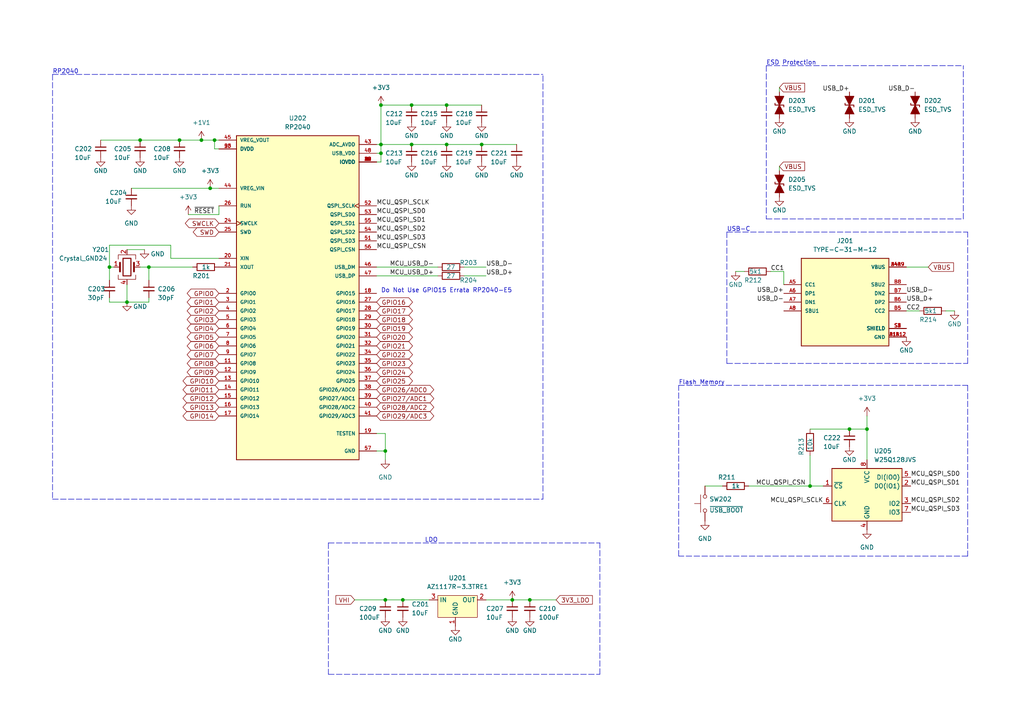
<source format=kicad_sch>
(kicad_sch (version 20211123) (generator eeschema)
  (paper "A4")
  (title_block (title "RP2040 Template") (date "2022-05-16") (rev "4") (company "J & R Creative Technologies Inc.") (comment 1 "@RangenMichael") (comment 2 "https://twitter.com/RangenMichael") (comment 3 "MIT License") (comment 4 "https://github.com/mrangen/RP2040-Dev-Board"))
  (lib_symbols
    (symbol "BreadstickLibrary:AZ1117R-3.3TRE1"
      (property "Reference" "U" (at 0 7.62 0))
      (property "Value" "AZ1117R-3.3TRE1" (at 1.27 5.08 0))
      (symbol "AZ1117R-3.3TRE1_0_0"
        (pin power_out line (at 0 -6.35 90) (length 2.54) (name "GND") (number "1"))
        (pin power_out line (at 8.89 1.27 180) (length 2.54) (name "OUT") (number "2"))
        (pin power_in line (at -7.62 1.27 0) (length 2.54) (name "IN") (number "3"))
      )
      (symbol "AZ1117R-3.3TRE1_0_1"
        (rectangle (start -5.08 2.54) (end 6.35 -3.81) (fill (type background)))
      )
    )
    (symbol "Device:C_Small" (pin_numbers hide) (pin_names (offset 0.254) hide)
      (property "Reference" "C" (at 0.254 1.778 0))
      (property "Value" "C_Small" (at 0.254 -2.032 0))
      (symbol "C_Small_0_1"
        (polyline (pts (xy -1.524 -0.508) (xy 1.524 -0.508)) (stroke (width 0.3302)))
        (polyline (pts (xy -1.524 0.508) (xy 1.524 0.508)) (stroke (width 0.3048)))
      )
      (symbol "C_Small_1_1"
        (pin passive line (at 0 2.54 270) (length 2.032) (name "~") (number "1"))
        (pin passive line (at 0 -2.54 90) (length 2.032) (name "~") (number "2"))
      )
    )
    (symbol "Device:Crystal_GND24" (pin_names (offset 1.016) hide)
      (property "Reference" "Y" (at 3.175 5.08 0))
      (property "Value" "Crystal_GND24" (at 3.175 3.175 0))
      (symbol "Crystal_GND24_0_1"
        (rectangle (start -1.143 2.54) (end 1.143 -2.54) (stroke (width 0.3048)))
        (polyline (pts (xy -2.54 0) (xy -2.032 0)))
        (polyline (pts (xy -2.032 -1.27) (xy -2.032 1.27)) (stroke (width 0.508)))
        (polyline (pts (xy 0 -3.81) (xy 0 -3.556)))
        (polyline (pts (xy 0 3.556) (xy 0 3.81)))
        (polyline (pts (xy 2.032 -1.27) (xy 2.032 1.27)) (stroke (width 0.508)))
        (polyline (pts (xy 2.032 0) (xy 2.54 0)))
        (polyline (pts (xy -2.54 -2.286) (xy -2.54 -3.556) (xy 2.54 -3.556) (xy 2.54 -2.286)))
        (polyline (pts (xy -2.54 2.286) (xy -2.54 3.556) (xy 2.54 3.556) (xy 2.54 2.286)))
      )
      (symbol "Crystal_GND24_1_1"
        (pin passive line (at -3.81 0 0) (length 1.27) (name "1") (number "1"))
        (pin passive line (at 0 5.08 270) (length 1.27) (name "2") (number "2"))
        (pin passive line (at 3.81 0 180) (length 1.27) (name "3") (number "3"))
        (pin passive line (at 0 -5.08 90) (length 1.27) (name "4") (number "4"))
      )
    )
    (symbol "Device:D_TVS_Filled" (pin_numbers hide) (pin_names (offset 1.016) hide)
      (property "Reference" "D" (at 0 2.54 0))
      (property "Value" "D_TVS_Filled" (at 0 -2.54 0))
      (symbol "D_TVS_Filled_0_1"
        (polyline (pts (xy 1.27 0) (xy -1.27 0)))
        (polyline (pts (xy -2.54 -1.27) (xy 0 0) (xy -2.54 1.27) (xy -2.54 -1.27)) (stroke (width 0.254)) (fill (type outline)))
        (polyline (pts (xy 0.508 1.27) (xy 0 1.27) (xy 0 -1.27) (xy -0.508 -1.27)) (stroke (width 0.254)))
        (polyline (pts (xy 2.54 1.27) (xy 2.54 -1.27) (xy 0 0) (xy 2.54 1.27)) (stroke (width 0.254)) (fill (type outline)))
      )
      (symbol "D_TVS_Filled_1_1"
        (pin passive line (at -3.81 0 0) (length 2.54) (name "A1") (number "1"))
        (pin passive line (at 3.81 0 180) (length 2.54) (name "A2") (number "2"))
      )
    )
    (symbol "Device:R" (pin_numbers hide) (pin_names (offset 0))
      (property "Reference" "R" (at 2.032 0 90))
      (property "Value" "R" (at 0 0 90))
      (symbol "R_0_1"
        (rectangle (start -1.016 -2.54) (end 1.016 2.54) (stroke (width 0.254)))
      )
      (symbol "R_1_1"
        (pin passive line (at 0 3.81 270) (length 1.27) (name "~") (number "1"))
        (pin passive line (at 0 -3.81 90) (length 1.27) (name "~") (number "2"))
      )
    )
    (symbol "Memory_Flash:W25Q128JVS"
      (property "Reference" "U" (at -8.89 8.89 0))
      (property "Value" "W25Q128JVS" (at 7.62 8.89 0))
      (symbol "W25Q128JVS_0_1"
        (rectangle (start -10.16 7.62) (end 10.16 -7.62) (stroke (width 0.254)) (fill (type background)))
      )
      (symbol "W25Q128JVS_1_1"
        (pin input line (at -12.7 2.54 0) (length 2.54) (name "~{CS}") (number "1"))
        (pin bidirectional line (at 12.7 2.54 180) (length 2.54) (name "DO(IO1)") (number "2"))
        (pin bidirectional line (at 12.7 -2.54 180) (length 2.54) (name "IO2") (number "3"))
        (pin power_in line (at 0 -10.16 90) (length 2.54) (name "GND") (number "4"))
        (pin bidirectional line (at 12.7 5.08 180) (length 2.54) (name "DI(IO0)") (number "5"))
        (pin input line (at -12.7 -2.54 0) (length 2.54) (name "CLK") (number "6"))
        (pin bidirectional line (at 12.7 -5.08 180) (length 2.54) (name "IO3") (number "7"))
        (pin power_in line (at 0 10.16 270) (length 2.54) (name "VCC") (number "8"))
      )
    )
    (symbol "RP2040:RP2040" (pin_names (offset 1.016))
      (property "Reference" "U?" (at 0 53.34 0))
      (property "Value" "RP2040" (at 0 50.8 0))
      (symbol "RP2040_0_0"
        (rectangle (start -17.78 -45.72) (end 17.78 48.26) (stroke (width 0.254)) (fill (type background)))
        (pin power_in line (at 22.86 40.64 180) (length 5.08) (name "IOVDD") (number "1"))
        (pin power_in line (at 22.86 40.64 180) (length 5.08) (name "IOVDD") (number "10"))
        (pin bidirectional line (at -22.86 -17.78 0) (length 5.08) (name "GPIO8") (number "11"))
        (pin bidirectional line (at -22.86 -20.32 0) (length 5.08) (name "GPIO9") (number "12"))
        (pin bidirectional line (at -22.86 -22.86 0) (length 5.08) (name "GPIO10") (number "13"))
        (pin bidirectional line (at -22.86 -25.4 0) (length 5.08) (name "GPIO11") (number "14"))
        (pin bidirectional line (at -22.86 -27.94 0) (length 5.08) (name "GPIO12") (number "15"))
        (pin bidirectional line (at -22.86 -30.48 0) (length 5.08) (name "GPIO13") (number "16"))
        (pin bidirectional line (at -22.86 -33.02 0) (length 5.08) (name "GPIO14") (number "17"))
        (pin bidirectional line (at 22.86 2.54 180) (length 5.08) (name "GPIO15") (number "18"))
        (pin passive line (at 22.86 -38.1 180) (length 5.08) (name "TESTEN") (number "19"))
        (pin bidirectional line (at -22.86 2.54 0) (length 5.08) (name "GPIO0") (number "2"))
        (pin input line (at -22.86 12.7 0) (length 5.08) (name "XIN") (number "20"))
        (pin output line (at -22.86 10.16 0) (length 5.08) (name "XOUT") (number "21"))
        (pin power_in line (at 22.86 40.64 180) (length 5.08) (name "IOVDD") (number "22"))
        (pin power_in line (at -22.86 44.45 0) (length 5.08) (name "DVDD") (number "23"))
        (pin input clock (at -22.86 22.86 0) (length 5.08) (name "SWCLK") (number "24"))
        (pin bidirectional line (at -22.86 20.32 0) (length 5.08) (name "SWD") (number "25"))
        (pin input line (at -22.86 27.94 0) (length 5.08) (name "RUN") (number "26"))
        (pin bidirectional line (at 22.86 0 180) (length 5.08) (name "GPIO16") (number "27"))
        (pin bidirectional line (at 22.86 -2.54 180) (length 5.08) (name "GPIO17") (number "28"))
        (pin bidirectional line (at 22.86 -5.08 180) (length 5.08) (name "GPIO18") (number "29"))
        (pin bidirectional line (at -22.86 0 0) (length 5.08) (name "GPIO1") (number "3"))
        (pin bidirectional line (at 22.86 -7.62 180) (length 5.08) (name "GPIO19") (number "30"))
        (pin bidirectional line (at 22.86 -10.16 180) (length 5.08) (name "GPIO20") (number "31"))
        (pin bidirectional line (at 22.86 -12.7 180) (length 5.08) (name "GPIO21") (number "32"))
        (pin power_in line (at 22.86 40.64 180) (length 5.08) (name "IOVDD") (number "33"))
        (pin bidirectional line (at 22.86 -15.24 180) (length 5.08) (name "GPIO22") (number "34"))
        (pin bidirectional line (at 22.86 -17.78 180) (length 5.08) (name "GPIO23") (number "35"))
        (pin bidirectional line (at 22.86 -20.32 180) (length 5.08) (name "GPIO24") (number "36"))
        (pin bidirectional line (at 22.86 -22.86 180) (length 5.08) (name "GPIO25") (number "37"))
        (pin bidirectional line (at 22.86 -25.4 180) (length 5.08) (name "GPIO26/ADC0") (number "38"))
        (pin bidirectional line (at 22.86 -27.94 180) (length 5.08) (name "GPIO27/ADC1") (number "39"))
        (pin bidirectional line (at -22.86 -2.54 0) (length 5.08) (name "GPIO2") (number "4"))
        (pin bidirectional line (at 22.86 -30.48 180) (length 5.08) (name "GPIO28/ADC2") (number "40"))
        (pin bidirectional line (at 22.86 -33.02 180) (length 5.08) (name "GPIO29/ADC3") (number "41"))
        (pin power_in line (at 22.86 40.64 180) (length 5.08) (name "IOVDD") (number "42"))
        (pin power_in line (at 22.86 45.72 180) (length 5.08) (name "ADC_AVDD") (number "43"))
        (pin input line (at -22.86 33.02 0) (length 5.08) (name "VREG_VIN") (number "44"))
        (pin output line (at -22.86 46.99 0) (length 5.08) (name "VREG_VOUT") (number "45"))
        (pin bidirectional line (at 22.86 10.16 180) (length 5.08) (name "USB_DM") (number "46"))
        (pin bidirectional line (at 22.86 7.62 180) (length 5.08) (name "USB_DP") (number "47"))
        (pin power_in line (at 22.86 43.18 180) (length 5.08) (name "USB_VDD") (number "48"))
        (pin power_in line (at 22.86 40.64 180) (length 5.08) (name "IOVDD") (number "49"))
        (pin bidirectional line (at -22.86 -5.08 0) (length 5.08) (name "GPIO3") (number "5"))
        (pin power_in line (at -22.86 44.45 0) (length 5.08) (name "DVDD") (number "50"))
        (pin bidirectional line (at 22.86 17.78 180) (length 5.08) (name "QSPI_SD3") (number "51"))
        (pin bidirectional clock (at 22.86 27.94 180) (length 5.08) (name "QSPI_SCLK") (number "52"))
        (pin bidirectional line (at 22.86 25.4 180) (length 5.08) (name "QSPI_SD0") (number "53"))
        (pin bidirectional line (at 22.86 20.32 180) (length 5.08) (name "QSPI_SD2") (number "54"))
        (pin bidirectional line (at 22.86 22.86 180) (length 5.08) (name "QSPI_SD1") (number "55"))
        (pin bidirectional line (at 22.86 15.24 180) (length 5.08) (name "QSPI_CSN") (number "56"))
        (pin power_in line (at 22.86 -43.18 180) (length 5.08) (name "GND") (number "57"))
        (pin bidirectional line (at -22.86 -7.62 0) (length 5.08) (name "GPIO4") (number "6"))
        (pin bidirectional line (at -22.86 -10.16 0) (length 5.08) (name "GPIO5") (number "7"))
        (pin bidirectional line (at -22.86 -12.7 0) (length 5.08) (name "GPIO6") (number "8"))
        (pin bidirectional line (at -22.86 -15.24 0) (length 5.08) (name "GPIO7") (number "9"))
      )
    )
    (symbol "Switch:SW_Push" (pin_numbers hide) (pin_names (offset 1.016) hide)
      (property "Reference" "SW" (at 1.27 2.54 0))
      (property "Value" "SW_Push" (at 0 -1.524 0))
      (symbol "SW_Push_0_1"
        (circle (center -2.032 0) (radius 0.508))
        (polyline (pts (xy 0 1.27) (xy 0 3.048)))
        (polyline (pts (xy 2.54 1.27) (xy -2.54 1.27)))
        (circle (center 2.032 0) (radius 0.508))
        (pin passive line (at -5.08 0 0) (length 2.54) (name "1") (number "1"))
        (pin passive line (at 5.08 0 180) (length 2.54) (name "2") (number "2"))
      )
    )
    (symbol "TYPE-C-31-M-12:TYPE-C-31-M-12" (pin_names (offset 1.016))
      (property "Reference" "J" (at -12.7 13.462 0))
      (property "Value" "TYPE-C-31-M-12" (at -12.7 -13.462 0))
      (symbol "TYPE-C-31-M-12_0_0"
        (rectangle (start -12.7 -12.7) (end 12.7 12.7) (stroke (width 0.254)) (fill (type background)))
        (pin power_in line (at 17.78 -10.16 180) (length 5.08) (name "GND") (number "A1B12"))
        (pin power_in line (at 17.78 10.16 180) (length 5.08) (name "VBUS") (number "A4B9"))
        (pin bidirectional line (at -17.78 5.08 0) (length 5.08) (name "CC1") (number "A5"))
        (pin bidirectional line (at -17.78 2.54 0) (length 5.08) (name "DP1") (number "A6"))
        (pin bidirectional line (at -17.78 0 0) (length 5.08) (name "DN1") (number "A7"))
        (pin bidirectional line (at -17.78 -2.54 0) (length 5.08) (name "SBU1") (number "A8"))
        (pin power_in line (at 17.78 -10.16 180) (length 5.08) (name "GND") (number "B1A12"))
        (pin power_in line (at 17.78 10.16 180) (length 5.08) (name "VBUS") (number "B4A9"))
        (pin bidirectional line (at 17.78 -2.54 180) (length 5.08) (name "CC2") (number "B5"))
        (pin bidirectional line (at 17.78 0 180) (length 5.08) (name "DP2") (number "B6"))
        (pin bidirectional line (at 17.78 2.54 180) (length 5.08) (name "DN2") (number "B7"))
        (pin bidirectional line (at 17.78 5.08 180) (length 5.08) (name "SBU2") (number "B8"))
        (pin passive line (at 17.78 -7.62 180) (length 5.08) (name "SHIELD") (number "S1"))
        (pin passive line (at 17.78 -7.62 180) (length 5.08) (name "SHIELD") (number "S2"))
        (pin passive line (at 17.78 -7.62 180) (length 5.08) (name "SHIELD") (number "S3"))
        (pin passive line (at 17.78 -7.62 180) (length 5.08) (name "SHIELD") (number "S4"))
      )
    )
    (symbol "power:+1V1" (power) (pin_names (offset 0))
      (property "Value" "+1V1" (at 0 3.556 0))
      (symbol "+1V1_0_1"
        (polyline (pts (xy -0.762 1.27) (xy 0 2.54)))
        (polyline (pts (xy 0 0) (xy 0 2.54)))
        (polyline (pts (xy 0 2.54) (xy 0.762 1.27)))
      )
      (symbol "+1V1_1_1"
        (pin power_in line (at 0 0 90) (length 0) hide (name "+1V1") (number "1"))
      )
    )
    (symbol "power:+3V3" (power) (pin_names (offset 0))
      (property "Value" "+3V3" (at 0 3.556 0))
      (symbol "+3V3_0_1"
        (polyline (pts (xy -0.762 1.27) (xy 0 2.54)))
        (polyline (pts (xy 0 0) (xy 0 2.54)))
        (polyline (pts (xy 0 2.54) (xy 0.762 1.27)))
      )
      (symbol "+3V3_1_1"
        (pin power_in line (at 0 0 90) (length 0) hide (name "+3V3") (number "1"))
      )
    )
    (symbol "power:GND" (power) (pin_names (offset 0))
      (property "Value" "GND" (at 0 -3.81 0))
      (symbol "GND_0_1"
        (polyline (pts (xy 0 0) (xy 0 -1.27) (xy 1.27 -1.27) (xy 0 -2.54) (xy -1.27 -1.27) (xy 0 -1.27)))
      )
      (symbol "GND_1_1"
        (pin power_in line (at 0 0 270) (length 0) hide (name "GND") (number "1"))
      )
    )
  )
  (junction (at 110.49 41.91))
  (junction (at 40.64 40.64))
  (junction (at 36.83 87.63))
  (junction (at 111.76 130.81))
  (junction (at 129.54 41.91))
  (junction (at 246.38 124.46))
  (junction (at 129.54 30.48))
  (junction (at 110.49 44.45))
  (junction (at 139.7 41.91))
  (junction (at 60.96 54.61))
  (junction (at 153.67 173.99))
  (junction (at 43.18 77.47))
  (junction (at 251.46 124.46))
  (junction (at 119.38 30.48))
  (junction (at 148.59 173.99))
  (junction (at 58.42 40.64))
  (junction (at 52.07 40.64))
  (junction (at 119.38 41.91))
  (junction (at 111.76 173.99))
  (junction (at 62.23 40.64))
  (junction (at 110.49 30.48))
  (junction (at 31.75 77.47))
  (junction (at 234.95 140.97))
  (junction (at 116.84 173.99))
  (polyline (pts (xy 15.24 144.78) (xy 157.48 144.78)))
  (polyline (pts (xy 95.25 157.48) (xy 95.25 195.58)))
  (wire (pts (xy 223.52 78.74) (xy 227.33 78.74)))
  (wire (pts (xy 49.53 74.93) (xy 63.5 74.93)))
  (wire (pts (xy 110.49 41.91) (xy 119.38 41.91)))
  (polyline (pts (xy 15.24 21.59) (xy 157.48 21.59)))
  (wire (pts (xy 109.22 80.01) (xy 127 80.01)))
  (wire (pts (xy 63.5 43.18) (xy 62.23 43.18)))
  (wire (pts (xy 140.97 173.99) (xy 148.59 173.99)))
  (wire (pts (xy 153.67 173.99) (xy 161.29 173.99)))
  (wire (pts (xy 234.95 140.97) (xy 234.95 132.08)))
  (wire (pts (xy 31.75 86.36) (xy 31.75 87.63)))
  (wire (pts (xy 119.38 41.91) (xy 129.54 41.91)))
  (polyline (pts (xy 210.82 67.31) (xy 280.67 67.31)))
  (polyline (pts (xy 173.99 195.58) (xy 173.99 157.48)))
  (wire (pts (xy 31.75 71.12) (xy 49.53 71.12)))
  (polyline (pts (xy 222.25 19.05) (xy 222.25 63.5)))
  (wire (pts (xy 36.83 82.55) (xy 36.83 87.63)))
  (polyline (pts (xy 196.85 161.29) (xy 196.85 111.76)))
  (wire (pts (xy 204.47 140.97) (xy 209.55 140.97)))
  (wire (pts (xy 109.22 125.73) (xy 111.76 125.73)))
  (wire (pts (xy 60.96 54.61) (xy 63.5 54.61)))
  (wire (pts (xy 111.76 130.81) (xy 109.22 130.81)))
  (wire (pts (xy 116.84 173.99) (xy 124.46 173.99)))
  (polyline (pts (xy 222.25 19.05) (xy 279.4 19.05)))
  (wire (pts (xy 234.95 124.46) (xy 246.38 124.46)))
  (wire (pts (xy 40.64 77.47) (xy 43.18 77.47)))
  (wire (pts (xy 109.22 41.91) (xy 110.49 41.91)))
  (wire (pts (xy 148.59 173.99) (xy 153.67 173.99)))
  (wire (pts (xy 111.76 130.81) (xy 111.76 133.35)))
  (wire (pts (xy 110.49 41.91) (xy 110.49 30.48)))
  (wire (pts (xy 251.46 120.65) (xy 251.46 124.46)))
  (polyline (pts (xy 222.25 63.5) (xy 279.4 63.5)))
  (wire (pts (xy 31.75 77.47) (xy 31.75 71.12)))
  (wire (pts (xy 111.76 173.99) (xy 116.84 173.99)))
  (wire (pts (xy 109.22 44.45) (xy 110.49 44.45)))
  (wire (pts (xy 110.49 30.48) (xy 119.38 30.48)))
  (wire (pts (xy 40.64 40.64) (xy 52.07 40.64)))
  (wire (pts (xy 262.89 77.47) (xy 269.24 77.47)))
  (polyline (pts (xy 280.67 111.76) (xy 280.67 161.29)))
  (wire (pts (xy 109.22 77.47) (xy 127 77.47)))
  (wire (pts (xy 102.87 173.99) (xy 111.76 173.99)))
  (wire (pts (xy 134.62 77.47) (xy 140.97 77.47)))
  (wire (pts (xy 246.38 124.46) (xy 251.46 124.46)))
  (polyline (pts (xy 210.82 105.41) (xy 280.67 105.41)))
  (wire (pts (xy 129.54 41.91) (xy 139.7 41.91)))
  (wire (pts (xy 134.62 80.01) (xy 140.97 80.01)))
  (wire (pts (xy 31.75 87.63) (xy 36.83 87.63)))
  (wire (pts (xy 227.33 78.74) (xy 227.33 82.55)))
  (wire (pts (xy 110.49 46.99) (xy 110.49 44.45)))
  (wire (pts (xy 43.18 86.36) (xy 43.18 87.63)))
  (wire (pts (xy 119.38 30.48) (xy 129.54 30.48)))
  (wire (pts (xy 274.32 90.17) (xy 276.86 90.17)))
  (polyline (pts (xy 279.4 63.5) (xy 279.4 19.05)))
  (wire (pts (xy 226.06 25.4) (xy 226.06 26.67)))
  (wire (pts (xy 63.5 59.69) (xy 63.5 62.23)))
  (polyline (pts (xy 95.25 157.48) (xy 173.99 157.48)))
  (polyline (pts (xy 280.67 105.41) (xy 280.67 67.31)))
  (wire (pts (xy 129.54 30.48) (xy 139.7 30.48)))
  (wire (pts (xy 33.02 77.47) (xy 31.75 77.47)))
  (wire (pts (xy 213.36 78.74) (xy 215.9 78.74)))
  (polyline (pts (xy 157.48 144.78) (xy 157.48 21.59)))
  (wire (pts (xy 54.61 62.23) (xy 63.5 62.23)))
  (wire (pts (xy 234.95 140.97) (xy 238.76 140.97)))
  (wire (pts (xy 52.07 40.64) (xy 58.42 40.64)))
  (wire (pts (xy 43.18 77.47) (xy 43.18 81.28)))
  (wire (pts (xy 109.22 46.99) (xy 110.49 46.99)))
  (wire (pts (xy 226.06 48.26) (xy 226.06 49.53)))
  (wire (pts (xy 62.23 43.18) (xy 62.23 40.64)))
  (wire (pts (xy 49.53 71.12) (xy 49.53 74.93)))
  (polyline (pts (xy 15.24 21.59) (xy 15.24 144.78)))
  (wire (pts (xy 139.7 41.91) (xy 149.86 41.91)))
  (wire (pts (xy 58.42 40.64) (xy 62.23 40.64)))
  (wire (pts (xy 262.89 90.17) (xy 266.7 90.17)))
  (wire (pts (xy 36.83 87.63) (xy 43.18 87.63)))
  (wire (pts (xy 36.83 72.39) (xy 41.91 72.39)))
  (wire (pts (xy 43.18 77.47) (xy 55.88 77.47)))
  (wire (pts (xy 111.76 125.73) (xy 111.76 130.81)))
  (polyline (pts (xy 196.85 111.76) (xy 280.67 111.76)))
  (wire (pts (xy 29.21 40.64) (xy 40.64 40.64)))
  (wire (pts (xy 62.23 40.64) (xy 63.5 40.64)))
  (polyline (pts (xy 95.25 195.58) (xy 173.99 195.58)))
  (wire (pts (xy 110.49 44.45) (xy 110.49 41.91)))
  (polyline (pts (xy 210.82 67.31) (xy 210.82 105.41)))
  (polyline (pts (xy 280.67 161.29) (xy 196.85 161.29)))
  (wire (pts (xy 217.17 140.97) (xy 234.95 140.97)))
  (wire (pts (xy 31.75 77.47) (xy 31.75 81.28)))
  (wire (pts (xy 251.46 124.46) (xy 251.46 133.35)))
  (wire (pts (xy 38.1 54.61) (xy 60.96 54.61)))
  (text "RP2040" (at 15.24 21.59 0) (effects (font (size 1.27 1.27)) (justify left bottom)))
  (text "Flash Memory" (at 196.85 111.76 0) (effects (font (size 1.27 1.27)) (justify left bottom)))
  (text "LDO" (at 123.19 157.48 0) (effects (font (size 1.27 1.27)) (justify left bottom)))
  (text "ESD Protection" (at 222.25 19.05 0) (effects (font (size 1.27 1.27)) (justify left bottom)))
  (text "USB-C" (at 210.82 67.31 0) (effects (font (size 1.27 1.27)) (justify left bottom)))
  (text "Do Not Use GPIO15 Errata RP2040-E5" (at 110.49 85.09 0) (effects (font (size 1.27 1.27)) (justify left bottom)))
  (label "USB_D-" (at 265.43 26.67 180))
  (label "MCU_QSPI_SD2" (at 109.22 67.31 0))
  (label "MCU_QSPI_SD0" (at 264.16 138.43 0))
  (label "USB_D+" (at 262.89 87.63 0))
  (label "USB_D+" (at 227.33 85.09 180))
  (label "~{RESET}" (at 62.23 62.23 180))
  (label "MCU_QSPI_SD3" (at 109.22 69.85 0))
  (label "MCU_USB_D+" (at 113.03 80.01 0))
  (label "USB_D+" (at 246.38 26.67 180))
  (label "MCU_QSPI_CSN" (at 233.68 140.97 180))
  (label "MCU_QSPI_SD1" (at 264.16 140.97 0))
  (label "USB_D-" (at 227.33 87.63 180))
  (label "CC1" (at 223.52 78.74 0))
  (label "MCU_QSPI_SCLK" (at 109.22 59.69 0))
  (label "USB_D+" (at 140.97 80.01 0))
  (label "USB_D-" (at 262.89 85.09 0))
  (label "MCU_QSPI_SD0" (at 109.22 62.23 0))
  (label "CC2" (at 262.89 90.17 0))
  (label "MCU_QSPI_SD2" (at 264.16 146.05 0))
  (label "MCU_QSPI_SCLK" (at 238.76 146.05 180))
  (label "USB_D-" (at 140.97 77.47 0))
  (label "MCU_QSPI_SD1" (at 109.22 64.77 0))
  (label "MCU_USB_D-" (at 113.03 77.47 0))
  (label "MCU_QSPI_CSN" (at 109.22 72.39 0))
  (label "MCU_QSPI_SD3" (at 264.16 148.59 0))
  (global_label "GPIO19" (shape tri_state) (at 109.22 95.25 0) (property "Intersheet References" "${INTERSHEET_REFS}" (effects hide)))
  (global_label "GPIO9" (shape tri_state) (at 63.5 107.95 180) (property "Intersheet References" "${INTERSHEET_REFS}" (effects hide)))
  (global_label "GPIO11" (shape tri_state) (at 63.5 113.03 180) (property "Intersheet References" "${INTERSHEET_REFS}" (effects hide)))
  (global_label "VBUS" (shape input) (at 226.06 48.26 0) (property "Intersheet References" "${INTERSHEET_REFS}" (effects hide)))
  (global_label "GPIO14" (shape tri_state) (at 63.5 120.65 180) (property "Intersheet References" "${INTERSHEET_REFS}" (effects hide)))
  (global_label "GPIO23" (shape tri_state) (at 109.22 105.41 0) (property "Intersheet References" "${INTERSHEET_REFS}" (effects hide)))
  (global_label "VHI" (shape input) (at 102.87 173.99 180) (property "Intersheet References" "${INTERSHEET_REFS}" (effects hide)))
  (global_label "GPIO1" (shape tri_state) (at 63.5 87.63 180) (property "Intersheet References" "${INTERSHEET_REFS}" (effects hide)))
  (global_label "GPIO6" (shape tri_state) (at 63.5 100.33 180) (property "Intersheet References" "${INTERSHEET_REFS}" (effects hide)))
  (global_label "GPIO22" (shape tri_state) (at 109.22 102.87 0) (property "Intersheet References" "${INTERSHEET_REFS}" (effects hide)))
  (global_label "SWD" (shape tri_state) (at 63.5 67.31 180) (property "Intersheet References" "${INTERSHEET_REFS}" (effects hide)))
  (global_label "GPIO25" (shape tri_state) (at 109.22 110.49 0) (property "Intersheet References" "${INTERSHEET_REFS}" (effects hide)))
  (global_label "GPIO27{slash}ADC1" (shape tri_state) (at 109.22 115.57 0) (property "Intersheet References" "${INTERSHEET_REFS}" (effects hide)))
  (global_label "3V3_LDO" (shape input) (at 161.29 173.99 0) (property "Intersheet References" "${INTERSHEET_REFS}" (effects hide)))
  (global_label "GPIO8" (shape tri_state) (at 63.5 105.41 180) (property "Intersheet References" "${INTERSHEET_REFS}" (effects hide)))
  (global_label "GPIO24" (shape tri_state) (at 109.22 107.95 0) (property "Intersheet References" "${INTERSHEET_REFS}" (effects hide)))
  (global_label "GPIO4" (shape tri_state) (at 63.5 95.25 180) (property "Intersheet References" "${INTERSHEET_REFS}" (effects hide)))
  (global_label "GPIO29{slash}ADC3" (shape tri_state) (at 109.22 120.65 0) (property "Intersheet References" "${INTERSHEET_REFS}" (effects hide)))
  (global_label "SWCLK" (shape tri_state) (at 63.5 64.77 180) (property "Intersheet References" "${INTERSHEET_REFS}" (effects hide)))
  (global_label "GPIO5" (shape tri_state) (at 63.5 97.79 180) (property "Intersheet References" "${INTERSHEET_REFS}" (effects hide)))
  (global_label "GPIO12" (shape tri_state) (at 63.5 115.57 180) (property "Intersheet References" "${INTERSHEET_REFS}" (effects hide)))
  (global_label "GPIO26{slash}ADC0" (shape tri_state) (at 109.22 113.03 0) (property "Intersheet References" "${INTERSHEET_REFS}" (effects hide)))
  (global_label "GPIO20" (shape tri_state) (at 109.22 97.79 0) (property "Intersheet References" "${INTERSHEET_REFS}" (effects hide)))
  (global_label "GPIO2" (shape tri_state) (at 63.5 90.17 180) (property "Intersheet References" "${INTERSHEET_REFS}" (effects hide)))
  (global_label "VBUS" (shape input) (at 269.24 77.47 0) (property "Intersheet References" "${INTERSHEET_REFS}" (effects hide)))
  (global_label "GPIO17" (shape tri_state) (at 109.22 90.17 0) (property "Intersheet References" "${INTERSHEET_REFS}" (effects hide)))
  (global_label "VBUS" (shape input) (at 226.06 25.4 0) (property "Intersheet References" "${INTERSHEET_REFS}" (effects hide)))
  (global_label "GPIO16" (shape tri_state) (at 109.22 87.63 0) (property "Intersheet References" "${INTERSHEET_REFS}" (effects hide)))
  (global_label "GPIO13" (shape tri_state) (at 63.5 118.11 180) (property "Intersheet References" "${INTERSHEET_REFS}" (effects hide)))
  (global_label "GPIO18" (shape tri_state) (at 109.22 92.71 0) (property "Intersheet References" "${INTERSHEET_REFS}" (effects hide)))
  (global_label "GPIO7" (shape tri_state) (at 63.5 102.87 180) (property "Intersheet References" "${INTERSHEET_REFS}" (effects hide)))
  (global_label "GPIO3" (shape tri_state) (at 63.5 92.71 180) (property "Intersheet References" "${INTERSHEET_REFS}" (effects hide)))
  (global_label "GPIO21" (shape tri_state) (at 109.22 100.33 0) (property "Intersheet References" "${INTERSHEET_REFS}" (effects hide)))
  (global_label "GPIO0" (shape tri_state) (at 63.5 85.09 180) (property "Intersheet References" "${INTERSHEET_REFS}" (effects hide)))
  (global_label "GPIO28{slash}ADC2" (shape tri_state) (at 109.22 118.11 0) (property "Intersheet References" "${INTERSHEET_REFS}" (effects hide)))
  (global_label "GPIO10" (shape tri_state) (at 63.5 110.49 180) (property "Intersheet References" "${INTERSHEET_REFS}" (effects hide)))
  (symbol (lib_id "Device:C_Small") (at 111.76 176.53 0) (unit 1)
    (property "Reference" "C209" (at 104.14 176.53 0) (effects (justify left)))
    (property "Value" "100uF" (at 104.14 179.07 0) (effects (justify left)))
    (property "Footprint" "Capacitor_SMD:C_1206_3216Metric" (effects hide))
    (property "JLCPCB P/N" "C15008" (effects hide))
  )
  (symbol (lib_id "BreadstickLibrary:AZ1117R-3.3TRE1") (at 132.08 175.26 0) (unit 1)
    (property "Reference" "U201" (at 132.715 167.64 0))
    (property "Value" "AZ1117R-3.3TRE1" (at 132.715 170.18 0))
    (property "Footprint" "Package_TO_SOT_SMD:SOT-89-3" (effects hide))
    (property "JLCPCB P/N" "C108493" (effects hide))
  )
  (symbol (lib_id "power:+3V3") (at 60.96 54.61 0) (unit 1)
    (property "Reference" "#PWR0213" (effects hide))
    (property "Value" "+3V3" (at 60.96 49.53 0))
  )
  (symbol (lib_id "power:GND") (at 139.7 46.99 0) (unit 1)
    (property "Reference" "#PWR0228" (effects hide))
    (property "Value" "GND" (at 139.7 50.8 0))
  )
  (symbol (lib_id "power:GND") (at 246.38 129.54 0) (unit 1)
    (property "Reference" "#PWR0233" (effects hide))
    (property "Value" "GND" (at 246.38 133.35 0))
  )
  (symbol (lib_id "Device:C_Small") (at 129.54 44.45 0) (unit 1)
    (property "Reference" "C216" (at 121.92 44.45 0) (effects (justify left)))
    (property "Value" "10uF" (at 121.92 46.99 0) (effects (justify left)))
    (property "Footprint" "Breadstick Footprints:Perfect_0402_Cap" (effects hide))
    (property "JLCPCB P/N" "C15525" (effects hide))
  )
  (symbol (lib_id "power:GND") (at 139.7 35.56 0) (unit 1)
    (property "Reference" "#PWR0227" (effects hide))
    (property "Value" "GND" (at 139.7 39.37 0))
  )
  (symbol (lib_id "Device:C_Small") (at 148.59 176.53 0) (unit 1)
    (property "Reference" "C207" (at 140.97 176.53 0) (effects (justify left)))
    (property "Value" "10uF" (at 140.97 179.07 0) (effects (justify left)))
    (property "Footprint" "Breadstick Footprints:Perfect_0402_Cap" (effects hide))
    (property "JLCPCB P/N" "C15525" (effects hide))
  )
  (symbol (lib_id "power:GND") (at 226.06 34.29 0) (unit 1)
    (property "Reference" "#PWR0101" (effects hide))
    (property "Value" "GND" (at 226.06 38.1 0))
  )
  (symbol (lib_id "Device:C_Small") (at 153.67 176.53 0) (unit 1)
    (property "Reference" "C210" (at 156.21 176.53 0) (effects (justify left)))
    (property "Value" "100uF" (at 156.21 179.07 0) (effects (justify left)))
    (property "Footprint" "Capacitor_SMD:C_1206_3216Metric" (effects hide))
    (property "JLCPCB P/N" "C15008" (effects hide))
  )
  (symbol (lib_id "Device:C_Small") (at 40.64 43.18 0) (unit 1)
    (property "Reference" "C205" (at 33.02 43.18 0) (effects (justify left)))
    (property "Value" "10uF" (at 33.02 45.72 0) (effects (justify left)))
    (property "Footprint" "Breadstick Footprints:Perfect_0402_Cap" (effects hide))
    (property "JLCPCB P/N" "C15525" (effects hide))
  )
  (symbol (lib_id "Device:C_Small") (at 119.38 33.02 0) (unit 1)
    (property "Reference" "C212" (at 111.76 33.02 0) (effects (justify left)))
    (property "Value" "10uF" (at 111.76 35.56 0) (effects (justify left)))
    (property "Footprint" "Breadstick Footprints:Perfect_0402_Cap" (effects hide))
    (property "JLCPCB P/N" "C15525" (effects hide))
  )
  (symbol (lib_id "Device:C_Small") (at 139.7 44.45 0) (unit 1)
    (property "Reference" "C219" (at 132.08 44.45 0) (effects (justify left)))
    (property "Value" "10uF" (at 132.08 46.99 0) (effects (justify left)))
    (property "Footprint" "Breadstick Footprints:Perfect_0402_Cap" (effects hide))
    (property "JLCPCB P/N" "C15525" (effects hide))
  )
  (symbol (lib_id "power:GND") (at 129.54 46.99 0) (unit 1)
    (property "Reference" "#PWR0225" (effects hide))
    (property "Value" "GND" (at 129.54 50.8 0))
  )
  (symbol (lib_id "Device:Crystal_GND24") (at 36.83 77.47 0) (unit 1)
    (property "Reference" "Y201" (at 29.21 72.39 0))
    (property "Value" "Crystal_GND24" (at 24.13 74.93 0))
    (property "Footprint" "X322516MLB4SI:OSC_X322516MLB4SI" (effects hide))
    (property "JLCPCB P/N" "C9002" (effects hide))
  )
  (symbol (lib_id "power:GND") (at 129.54 35.56 0) (unit 1)
    (property "Reference" "#PWR0224" (effects hide))
    (property "Value" "GND" (at 129.54 39.37 0))
  )
  (symbol (lib_id "power:GND") (at 29.21 45.72 0) (unit 1)
    (property "Reference" "#PWR0204" (effects hide))
    (property "Value" "GND" (at 29.21 49.53 0))
  )
  (symbol (lib_id "power:GND") (at 149.86 46.99 0) (unit 1)
    (property "Reference" "#PWR0231" (effects hide))
    (property "Value" "GND" (at 149.86 50.8 0))
  )
  (symbol (lib_id "power:+1V1") (at 58.42 40.64 0) (unit 1)
    (property "Reference" "#PWR0212" (effects hide))
    (property "Value" "+1V1" (at 58.42 35.56 0))
  )
  (symbol (lib_id "power:GND") (at 204.47 151.13 0) (unit 1)
    (property "Reference" "#PWR0237" (effects hide))
    (property "Value" "GND" (at 204.47 156.21 0))
  )
  (symbol (lib_id "power:GND") (at 265.43 34.29 0) (unit 1)
    (property "Reference" "#PWR0103" (effects hide))
    (property "Value" "GND" (at 265.43 38.1 0))
  )
  (symbol (lib_id "Device:C_Small") (at 246.38 127 0) (unit 1)
    (property "Reference" "C222" (at 238.76 127 0) (effects (justify left)))
    (property "Value" "10uF" (at 238.76 129.54 0) (effects (justify left)))
    (property "Footprint" "Breadstick Footprints:Perfect_0402_Cap" (effects hide))
    (property "JLCPCB P/N" "C15525" (effects hide))
  )
  (symbol (lib_id "Device:C_Small") (at 119.38 44.45 0) (unit 1)
    (property "Reference" "C213" (at 111.76 44.45 0) (effects (justify left)))
    (property "Value" "10uF" (at 111.76 46.99 0) (effects (justify left)))
    (property "Footprint" "Breadstick Footprints:Perfect_0402_Cap" (effects hide))
    (property "JLCPCB P/N" "C15525" (effects hide))
  )
  (symbol (lib_id "power:GND") (at 148.59 179.07 0) (unit 1)
    (property "Reference" "#PWR0210" (effects hide))
    (property "Value" "GND" (at 148.59 182.88 0))
  )
  (symbol (lib_id "Device:C_Small") (at 29.21 43.18 0) (unit 1)
    (property "Reference" "C202" (at 21.59 43.18 0) (effects (justify left)))
    (property "Value" "10uF" (at 21.59 45.72 0) (effects (justify left)))
    (property "Footprint" "Breadstick Footprints:Perfect_0402_Cap" (effects hide))
    (property "JLCPCB P/N" "C15525" (effects hide))
  )
  (symbol (lib_id "Device:C_Small") (at 52.07 43.18 0) (unit 1)
    (property "Reference" "C208" (at 44.45 43.18 0) (effects (justify left)))
    (property "Value" "10uF" (at 44.45 45.72 0) (effects (justify left)))
    (property "Footprint" "Breadstick Footprints:Perfect_0402_Cap" (effects hide))
    (property "JLCPCB P/N" "C15525" (effects hide))
  )
  (symbol (lib_id "Device:C_Small") (at 31.75 83.82 0) (unit 1)
    (property "Reference" "C203" (at 25.4 83.82 0) (effects (justify left)))
    (property "Value" "30pF" (at 25.4 86.36 0) (effects (justify left)))
    (property "Footprint" "Breadstick Footprints:Perfect_0402_Cap" (effects hide))
    (property "JLCPCB P/N" "C1570" (effects hide))
  )
  (symbol (lib_id "Device:R") (at 234.95 128.27 180) (unit 1)
    (property "Reference" "R213" (at 232.41 127 90) (effects (justify left)))
    (property "Value" "10k" (at 234.95 127 90) (effects (justify left)))
    (property "Footprint" "Breadstick Footprints:Perfect_0402_Resistor" (effects hide))
    (property "JLCPCB P/N" "C25744" (effects hide))
  )
  (symbol (lib_id "power:GND") (at 132.08 181.61 0) (unit 1)
    (property "Reference" "#PWR0203" (effects hide))
    (property "Value" "GND" (at 132.08 185.42 0))
  )
  (symbol (lib_id "power:GND") (at 119.38 35.56 0) (unit 1)
    (property "Reference" "#PWR0222" (effects hide))
    (property "Value" "GND" (at 119.38 39.37 0))
  )
  (symbol (lib_id "power:GND") (at 52.07 45.72 0) (unit 1)
    (property "Reference" "#PWR0211" (effects hide))
    (property "Value" "GND" (at 52.07 49.53 0))
  )
  (symbol (lib_id "power:+3V3") (at 148.59 173.99 0) (unit 1)
    (property "Reference" "#PWR0209" (effects hide))
    (property "Value" "+3V3" (at 148.59 168.91 0))
  )
  (symbol (lib_id "RP2040:RP2040") (at 86.36 87.63 0) (unit 1)
    (property "Reference" "U202" (at 86.36 34.29 0))
    (property "Value" "RP2040" (at 86.36 36.83 0))
    (property "Footprint" "RP2040:QFN40P700X700X90-57N" (effects hide))
    (property "MAXIMUM_PACKAGE_HEIGHT" "0.9 mm" (effects hide))
    (property "MANUFACTURER" "Raspberry Pi" (effects hide))
    (property "PARTREV" "1.6.1" (effects hide))
    (property "STANDARD" "IPC 7351B" (effects hide))
    (property "JLCPCB P/N" "C2040" (effects hide))
  )
  (symbol (lib_id "power:GND") (at 153.67 179.07 0) (unit 1)
    (property "Reference" "#PWR0214" (effects hide))
    (property "Value" "GND" (at 153.67 182.88 0))
  )
  (symbol (lib_id "Memory_Flash:W25Q128JVS") (at 251.46 143.51 0) (unit 1)
    (property "Reference" "U205" (at 253.4794 130.81 0) (effects (justify left)))
    (property "Value" "W25Q128JVS" (at 253.4794 133.35 0) (effects (justify left)))
    (property "Footprint" "Package_SO:SOIC-8_5.23x5.23mm_P1.27mm" (effects hide))
    (property "Datasheet" "http://www.winbond.com/resource-files/w25q128jv_dtr%20revc%2003272018%20plus.pdf" (effects hide))
    (property "JLCPCB P/N" "C97521" (effects hide))
  )
  (symbol (lib_id "Device:R") (at 219.71 78.74 90) (unit 1)
    (property "Reference" "R212" (at 220.98 81.28 90) (effects (justify left)))
    (property "Value" "5k1" (at 220.98 78.74 90) (effects (justify left)))
    (property "Footprint" "Breadstick Footprints:Perfect_0402_Resistor" (effects hide))
    (property "JLCPCB P/N" "C25905" (effects hide))
  )
  (symbol (lib_id "power:GND") (at 276.86 90.17 0) (unit 1)
    (property "Reference" "#PWR0247" (effects hide))
    (property "Value" "GND" (at 276.86 93.98 0))
  )
  (symbol (lib_id "power:GND") (at 36.83 87.63 0) (unit 1)
    (property "Reference" "#PWR0205" (effects hide))
    (property "Value" "GND" (at 40.64 88.9 0))
  )
  (symbol (lib_id "Device:C_Small") (at 129.54 33.02 0) (unit 1)
    (property "Reference" "C215" (at 121.92 33.02 0) (effects (justify left)))
    (property "Value" "10uF" (at 121.92 35.56 0) (effects (justify left)))
    (property "Footprint" "Breadstick Footprints:Perfect_0402_Cap" (effects hide))
    (property "JLCPCB P/N" "C15525" (effects hide))
  )
  (symbol (lib_id "Device:R") (at 59.69 77.47 90) (unit 1)
    (property "Reference" "R201" (at 60.96 80.01 90) (effects (justify left)))
    (property "Value" "1k" (at 60.96 77.47 90) (effects (justify left)))
    (property "Footprint" "Breadstick Footprints:Perfect_0402_Resistor" (effects hide))
    (property "JLCPCB P/N" "C11702" (effects hide))
  )
  (symbol (lib_id "Device:D_TVS_Filled") (at 265.43 30.48 90) (unit 1)
    (property "Reference" "D202" (at 267.97 29.2099 90) (effects (justify right)))
    (property "Value" "ESD_TVS" (at 267.97 31.7499 90) (effects (justify right)))
    (property "Footprint" "Breadstick Footprints:Perfect_0402_Resistor" (effects hide))
    (property "JLCPCB P/N" "C316049" (effects hide))
  )
  (symbol (lib_id "power:GND") (at 226.06 57.15 0) (unit 1)
    (property "Reference" "#PWR0249" (effects hide))
    (property "Value" "GND" (at 226.06 60.96 0))
  )
  (symbol (lib_id "power:GND") (at 116.84 179.07 0) (unit 1)
    (property "Reference" "#PWR0202" (effects hide))
    (property "Value" "GND" (at 116.84 182.88 0))
  )
  (symbol (lib_id "power:GND") (at 40.64 45.72 0) (unit 1)
    (property "Reference" "#PWR0207" (effects hide))
    (property "Value" "GND" (at 40.64 49.53 0))
  )
  (symbol (lib_id "TYPE-C-31-M-12:TYPE-C-31-M-12") (at 245.11 87.63 0) (unit 1)
    (property "Reference" "J201" (at 245.11 69.85 0))
    (property "Value" "TYPE-C-31-M-12" (at 245.11 72.39 0))
    (property "Footprint" "TYPE-C-31-M-12:HRO_TYPE-C-31-M-12" (effects hide))
    (property "MANUFACTURER" "HRO Electronics" (effects hide))
    (property "PARTREV" "A" (effects hide))
    (property "STANDARD" "Manufacturer Recommendations" (effects hide))
    (property "MAXIMUM_PACKAGE_HEIGHT" "3.31mm" (effects hide))
    (property "JLCPCB P/N" "C165948" (effects hide))
  )
  (symbol (lib_id "power:GND") (at 38.1 59.69 0) (unit 1)
    (property "Reference" "#PWR0206" (effects hide))
    (property "Value" "GND" (at 38.1 64.77 0))
  )
  (symbol (lib_id "power:GND") (at 213.36 78.74 0) (unit 1)
    (property "Reference" "#PWR0238" (effects hide))
    (property "Value" "GND" (at 213.36 82.55 0))
  )
  (symbol (lib_id "power:GND") (at 246.38 34.29 0) (unit 1)
    (property "Reference" "#PWR0243" (effects hide))
    (property "Value" "GND" (at 246.38 38.1 0))
  )
  (symbol (lib_id "Device:R") (at 130.81 77.47 90) (unit 1)
    (property "Reference" "R203" (at 138.43 76.2 90) (effects (justify left)))
    (property "Value" "27" (at 132.08 77.47 90) (effects (justify left)))
    (property "Footprint" "Breadstick Footprints:Perfect_0402_Resistor" (effects hide))
    (property "JLCPCB P/N" "C25100" (effects hide))
  )
  (symbol (lib_id "power:GND") (at 251.46 153.67 0) (unit 1)
    (property "Reference" "#PWR0241" (effects hide))
    (property "Value" "GND" (at 251.46 158.75 0))
  )
  (symbol (lib_id "power:+3V3") (at 110.49 30.48 0) (unit 1)
    (property "Reference" "#PWR0219" (effects hide))
    (property "Value" "+3V3" (at 110.49 25.4 0))
  )
  (symbol (lib_id "power:+3V3") (at 251.46 120.65 0) (unit 1)
    (property "Reference" "#PWR0240" (effects hide))
    (property "Value" "+3V3" (at 251.46 115.57 0))
  )
  (symbol (lib_id "power:GND") (at 262.89 97.79 0) (unit 1)
    (property "Reference" "#PWR0245" (effects hide))
    (property "Value" "GND" (at 262.89 101.6 0))
  )
  (symbol (lib_id "power:GND") (at 119.38 46.99 0) (unit 1)
    (property "Reference" "#PWR0223" (effects hide))
    (property "Value" "GND" (at 119.38 50.8 0))
  )
  (symbol (lib_id "power:GND") (at 41.91 72.39 0) (unit 1)
    (property "Reference" "#PWR0208" (effects hide))
    (property "Value" "GND" (at 45.72 73.66 0))
  )
  (symbol (lib_id "power:+3V3") (at 54.61 62.23 0) (unit 1)
    (property "Reference" "#PWR0230" (effects hide))
    (property "Value" "+3V3" (at 54.61 57.15 0))
  )
  (symbol (lib_id "Device:D_TVS_Filled") (at 226.06 53.34 90) (unit 1)
    (property "Reference" "D205" (at 228.6 52.0699 90) (effects (justify right)))
    (property "Value" "ESD_TVS" (at 228.6 54.6099 90) (effects (justify right)))
    (property "Footprint" "Breadstick Footprints:Perfect_0402_Resistor" (effects hide))
    (property "JLCPCB P/N" "C316049" (effects hide))
  )
  (symbol (lib_id "Device:C_Small") (at 149.86 44.45 0) (unit 1)
    (property "Reference" "C221" (at 142.24 44.45 0) (effects (justify left)))
    (property "Value" "10uF" (at 142.24 46.99 0) (effects (justify left)))
    (property "Footprint" "Breadstick Footprints:Perfect_0402_Cap" (effects hide))
    (property "JLCPCB P/N" "C15525" (effects hide))
  )
  (symbol (lib_id "Device:R") (at 270.51 90.17 90) (unit 1)
    (property "Reference" "R214" (at 271.78 92.71 90) (effects (justify left)))
    (property "Value" "5k1" (at 271.78 90.17 90) (effects (justify left)))
    (property "Footprint" "Breadstick Footprints:Perfect_0402_Resistor" (effects hide))
    (property "JLCPCB P/N" "C25905" (effects hide))
  )
  (symbol (lib_id "Device:R") (at 130.81 80.01 90) (unit 1)
    (property "Reference" "R204" (at 138.43 81.28 90) (effects (justify left)))
    (property "Value" "27" (at 132.08 80.01 90) (effects (justify left)))
    (property "Footprint" "Breadstick Footprints:Perfect_0402_Resistor" (effects hide))
    (property "JLCPCB P/N" "C25100" (effects hide))
  )
  (symbol (lib_id "Device:D_TVS_Filled") (at 226.06 30.48 90) (unit 1)
    (property "Reference" "D203" (at 228.6 29.2099 90) (effects (justify right)))
    (property "Value" "ESD_TVS" (at 228.6 31.7499 90) (effects (justify right)))
    (property "Footprint" "Breadstick Footprints:Perfect_0402_Resistor" (effects hide))
    (property "JLCPCB P/N" "C316049" (effects hide))
  )
  (symbol (lib_id "Switch:SW_Push") (at 204.47 146.05 90) (unit 1)
    (property "Reference" "SW202" (at 205.74 144.7799 90) (effects (justify right)))
    (property "Value" "~{USB_BOOT}" (at 205.74 147.9549 90) (effects (justify right)))
    (property "Footprint" "Breadstick Footprints:GT-TC029B-H025-L1N" (effects hide))
    (property "JLCPCB P/N" "C843669" (effects hide))
  )
  (symbol (lib_id "Device:R") (at 213.36 140.97 90) (unit 1)
    (property "Reference" "R211" (at 213.36 138.43 90) (effects (justify left)))
    (property "Value" "1k" (at 214.63 140.97 90) (effects (justify left)))
    (property "Footprint" "Breadstick Footprints:Perfect_0402_Resistor" (effects hide))
    (property "JLCPCB P/N" "C11702" (effects hide))
  )
  (symbol (lib_id "Device:C_Small") (at 38.1 57.15 0) (unit 1)
    (property "Reference" "C204" (at 31.75 55.88 0) (effects (justify left)))
    (property "Value" "10uF" (at 30.48 58.42 0) (effects (justify left)))
    (property "Footprint" "Breadstick Footprints:Perfect_0402_Cap" (effects hide))
    (property "JLCPCB P/N" "C15525" (effects hide))
  )
  (symbol (lib_id "Device:C_Small") (at 139.7 33.02 0) (unit 1)
    (property "Reference" "C218" (at 132.08 33.02 0) (effects (justify left)))
    (property "Value" "10uF" (at 132.08 35.56 0) (effects (justify left)))
    (property "Footprint" "Breadstick Footprints:Perfect_0402_Cap" (effects hide))
    (property "JLCPCB P/N" "C15525" (effects hide))
  )
  (symbol (lib_id "Device:D_TVS_Filled") (at 246.38 30.48 90) (unit 1)
    (property "Reference" "D201" (at 248.92 29.2099 90) (effects (justify right)))
    (property "Value" "ESD_TVS" (at 248.92 31.7499 90) (effects (justify right)))
    (property "Footprint" "Breadstick Footprints:Perfect_0402_Resistor" (effects hide))
    (property "JLCPCB P/N" "C316049" (effects hide))
  )
  (symbol (lib_id "Device:C_Small") (at 116.84 176.53 0) (unit 1)
    (property "Reference" "C201" (at 119.38 175.26 0) (effects (justify left)))
    (property "Value" "10uF" (at 119.38 177.8 0) (effects (justify left)))
    (property "Footprint" "Breadstick Footprints:Perfect_0402_Cap" (effects hide))
    (property "JLCPCB P/N" "C15525" (effects hide))
  )
  (symbol (lib_id "Device:C_Small") (at 43.18 83.82 0) (unit 1)
    (property "Reference" "C206" (at 45.72 83.82 0) (effects (justify left)))
    (property "Value" "30pF" (at 45.72 86.36 0) (effects (justify left)))
    (property "Footprint" "Breadstick Footprints:Perfect_0402_Cap" (effects hide))
    (property "JLCPCB P/N" "C1570" (effects hide))
  )
  (symbol (lib_id "power:GND") (at 111.76 133.35 0) (unit 1)
    (property "Reference" "#PWR0220" (effects hide))
    (property "Value" "GND" (at 111.76 138.43 0))
  )
  (symbol (lib_id "power:GND") (at 111.76 179.07 0) (unit 1)
    (property "Reference" "#PWR0201" (effects hide))
    (property "Value" "GND" (at 111.76 182.88 0))
  )
)
</source>
